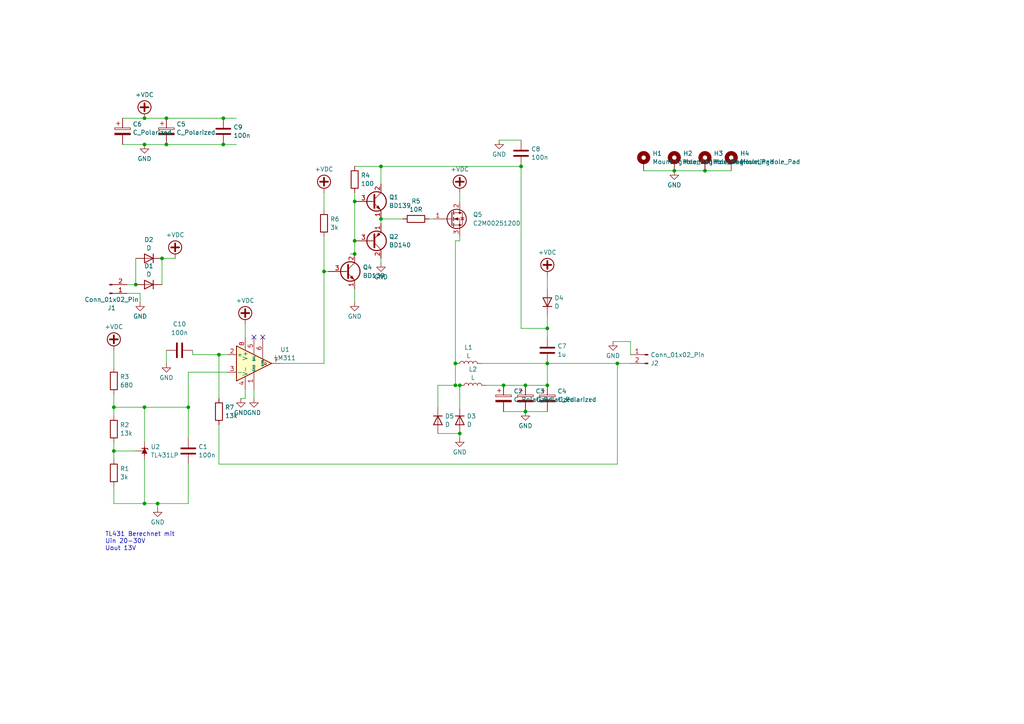
<source format=kicad_sch>
(kicad_sch (version 20231120) (generator "eeschema") (generator_version "8.0")
  (paper "A4")
  (title_block (date "2023-12-14") (rev "2") (comment 1 "Inv und Nichtinv eingang vertauscht, Falscher footbrint für Leistungsdioden, RC-Glied in Rückkopplungsuzweig."))
  (lib_symbols
    (symbol "Comparator:LM311" (pin_names (offset 0.127))
      (property "Reference" "U" (at 3.81 6.35 0))
      (property "Value" "LM311" (at 3.81 3.81 0))
      (symbol "LM311_0_1"
        (polyline (pts (xy 5.08 0) (xy -5.08 5.08) (xy -5.08 -5.08) (xy 5.08 0)) (stroke (width 0.254)) (fill (type background)))
        (polyline (pts (xy 3.683 -0.381) (xy 3.302 -0.381) (xy 3.683 0) (xy 3.302 0.381) (xy 2.921 0) (xy 3.302 -0.381) (xy 2.921 -0.381)) (stroke (width 0.127)))
      )
      (symbol "LM311_1_1"
        (pin passive line (at 0 -7.62 90) (length 5.08) (name "GND") (number "1"))
        (pin input line (at -7.62 2.54 0) (length 2.54) (name "+") (number "2"))
        (pin input line (at -7.62 -2.54 0) (length 2.54) (name "-") (number "3"))
        (pin power_in line (at -2.54 -7.62 90) (length 3.81) (name "V-") (number "4"))
        (pin input line (at 0 7.62 270) (length 5.08) (name "BAL") (number "5"))
        (pin input line (at 2.54 7.62 270) (length 6.35) (name "STRB") (number "6"))
        (pin open_collector line (at 7.62 0 180) (length 2.54) (name "~") (number "7"))
        (pin power_in line (at -2.54 7.62 270) (length 3.81) (name "V+") (number "8"))
      )
    )
    (symbol "Connector:Conn_01x02_Pin" (pin_names (offset 1.016) hide)
      (property "Reference" "J" (at 0 2.54 0))
      (property "Value" "Conn_01x02_Pin" (at 0 -5.08 0))
      (symbol "Conn_01x02_Pin_1_1"
        (polyline (pts (xy 1.27 -2.54) (xy 0.8636 -2.54)) (stroke (width 0.1524)))
        (polyline (pts (xy 1.27 0) (xy 0.8636 0)) (stroke (width 0.1524)))
        (rectangle (start 0.8636 -2.413) (end 0 -2.667) (stroke (width 0.1524)) (fill (type outline)))
        (rectangle (start 0.8636 0.127) (end 0 -0.127) (stroke (width 0.1524)) (fill (type outline)))
        (pin passive line (at 5.08 0 180) (length 3.81) (name "Pin_1") (number "1"))
        (pin passive line (at 5.08 -2.54 180) (length 3.81) (name "Pin_2") (number "2"))
      )
    )
    (symbol "Device:C" (pin_numbers hide) (pin_names (offset 0.254))
      (property "Reference" "C" (at 0.635 2.54 0))
      (property "Value" "C" (at 0.635 -2.54 0))
      (symbol "C_0_1"
        (polyline (pts (xy -2.032 -0.762) (xy 2.032 -0.762)) (stroke (width 0.508)))
        (polyline (pts (xy -2.032 0.762) (xy 2.032 0.762)) (stroke (width 0.508)))
      )
      (symbol "C_1_1"
        (pin passive line (at 0 3.81 270) (length 2.794) (name "~") (number "1"))
        (pin passive line (at 0 -3.81 90) (length 2.794) (name "~") (number "2"))
      )
    )
    (symbol "Device:C_Polarized" (pin_numbers hide) (pin_names (offset 0.254))
      (property "Reference" "C" (at 0.635 2.54 0))
      (property "Value" "C_Polarized" (at 0.635 -2.54 0))
      (symbol "C_Polarized_0_1"
        (rectangle (start -2.286 0.508) (end 2.286 1.016))
        (polyline (pts (xy -1.778 2.286) (xy -0.762 2.286)))
        (polyline (pts (xy -1.27 2.794) (xy -1.27 1.778)))
        (rectangle (start 2.286 -0.508) (end -2.286 -1.016) (fill (type outline)))
      )
      (symbol "C_Polarized_1_1"
        (pin passive line (at 0 3.81 270) (length 2.794) (name "~") (number "1"))
        (pin passive line (at 0 -3.81 90) (length 2.794) (name "~") (number "2"))
      )
    )
    (symbol "Device:D" (pin_numbers hide) (pin_names (offset 1.016) hide)
      (property "Reference" "D" (at 0 2.54 0))
      (property "Value" "D" (at 0 -2.54 0))
      (symbol "D_0_1"
        (polyline (pts (xy -1.27 1.27) (xy -1.27 -1.27)) (stroke (width 0.254)))
        (polyline (pts (xy 1.27 0) (xy -1.27 0)))
        (polyline (pts (xy 1.27 1.27) (xy 1.27 -1.27) (xy -1.27 0) (xy 1.27 1.27)) (stroke (width 0.254)))
      )
      (symbol "D_1_1"
        (pin passive line (at -3.81 0 0) (length 2.54) (name "K") (number "1"))
        (pin passive line (at 3.81 0 180) (length 2.54) (name "A") (number "2"))
      )
    )
    (symbol "Device:L" (pin_numbers hide) (pin_names (offset 1.016) hide)
      (property "Reference" "L" (at -1.27 0 90))
      (property "Value" "L" (at 1.905 0 90))
      (symbol "L_0_1"
        (arc (start 0 -2.54) (mid 0.6323 -1.905) (end 0 -1.27))
        (arc (start 0 -1.27) (mid 0.6323 -0.635) (end 0 0))
        (arc (start 0 0) (mid 0.6323 0.635) (end 0 1.27))
        (arc (start 0 1.27) (mid 0.6323 1.905) (end 0 2.54))
      )
      (symbol "L_1_1"
        (pin passive line (at 0 3.81 270) (length 1.27) (name "1") (number "1"))
        (pin passive line (at 0 -3.81 90) (length 1.27) (name "2") (number "2"))
      )
    )
    (symbol "Device:R" (pin_numbers hide) (pin_names (offset 0))
      (property "Reference" "R" (at 2.032 0 90))
      (property "Value" "R" (at 0 0 90))
      (symbol "R_0_1"
        (rectangle (start -1.016 -2.54) (end 1.016 2.54) (stroke (width 0.254)))
      )
      (symbol "R_1_1"
        (pin passive line (at 0 3.81 270) (length 1.27) (name "~") (number "1"))
        (pin passive line (at 0 -3.81 90) (length 1.27) (name "~") (number "2"))
      )
    )
    (symbol "Mechanical:MountingHole_Pad" (pin_numbers hide) (pin_names (offset 1.016) hide)
      (property "Reference" "H" (at 0 6.35 0))
      (property "Value" "MountingHole_Pad" (at 0 4.445 0))
      (symbol "MountingHole_Pad_0_1"
        (circle (center 0 1.27) (radius 1.27) (stroke (width 1.27)))
      )
      (symbol "MountingHole_Pad_1_1"
        (pin input line (at 0 -2.54 90) (length 2.54) (name "1") (number "1"))
      )
    )
    (symbol "Reference_Voltage:TL431LP" (pin_numbers hide) (pin_names hide)
      (property "Reference" "U" (at -2.54 2.54 0))
      (property "Value" "TL431LP" (at 0 -2.54 0))
      (symbol "TL431LP_0_1"
        (polyline (pts (xy -1.27 0) (xy 0 0) (xy 1.27 0)))
        (polyline (pts (xy -0.762 0.762) (xy 0.762 0) (xy -0.762 -0.762)) (fill (type outline)))
        (polyline (pts (xy 0.508 -1.016) (xy 0.762 -0.762) (xy 0.762 0.762) (xy 0.762 0.762)) (stroke (width 0.254)))
      )
      (symbol "TL431LP_1_1"
        (pin passive line (at 0 2.54 270) (length 2.54) (name "REF") (number "1"))
        (pin passive line (at -2.54 0 0) (length 2.54) (name "A") (number "2"))
        (pin passive line (at 2.54 0 180) (length 2.54) (name "K") (number "3"))
      )
    )
    (symbol "Transistor_BJT:BD139" (pin_names (offset 0) hide)
      (property "Reference" "Q" (at 5.08 1.905 0))
      (property "Value" "BD139" (at 5.08 0 0))
      (symbol "BD139_0_1"
        (polyline (pts (xy 0 0) (xy 0.635 0)))
        (polyline (pts (xy 2.54 -2.54) (xy 0.635 -0.635)))
        (polyline (pts (xy 2.54 2.54) (xy 0.635 0.635)))
        (polyline (pts (xy 0.635 1.905) (xy 0.635 -1.905) (xy 0.635 -1.905)) (stroke (width 0.508)) (fill (type outline)))
        (polyline (pts (xy 1.2446 -1.778) (xy 1.7526 -1.27) (xy 2.286 -2.286) (xy 1.2446 -1.778) (xy 1.2446 -1.778)) (fill (type outline)))
        (circle (center 1.27 0) (radius 2.8194) (stroke (width 0.3048)))
      )
      (symbol "BD139_1_1"
        (pin passive line (at 2.54 -5.08 90) (length 2.54) (name "E") (number "1"))
        (pin passive line (at 2.54 5.08 270) (length 2.54) (name "C") (number "2"))
        (pin input line (at -5.08 0 0) (length 5.08) (name "B") (number "3"))
      )
    )
    (symbol "Transistor_BJT:BD140" (pin_names (offset 0) hide)
      (property "Reference" "Q" (at 5.08 1.905 0))
      (property "Value" "BD140" (at 5.08 0 0))
      (symbol "BD140_0_1"
        (polyline (pts (xy 0 0) (xy 0.635 0)))
        (polyline (pts (xy 2.54 -2.54) (xy 0.635 -0.635)))
        (polyline (pts (xy 2.54 2.54) (xy 0.635 0.635)))
        (polyline (pts (xy 0.635 1.905) (xy 0.635 -1.905) (xy 0.635 -1.905)) (stroke (width 0.508)) (fill (type outline)))
        (polyline (pts (xy 1.778 -2.286) (xy 2.286 -1.778) (xy 1.27 -1.27) (xy 1.778 -2.286) (xy 1.778 -2.286)) (fill (type outline)))
        (circle (center 1.27 0) (radius 2.8194) (stroke (width 0.3048)))
      )
      (symbol "BD140_1_1"
        (pin passive line (at 2.54 -5.08 90) (length 2.54) (name "E") (number "1"))
        (pin passive line (at 2.54 5.08 270) (length 2.54) (name "C") (number "2"))
        (pin input line (at -5.08 0 0) (length 5.08) (name "B") (number "3"))
      )
    )
    (symbol "Transistor_FET:C2M0025120D" (pin_names hide)
      (property "Reference" "Q" (at 5.08 1.905 0))
      (property "Value" "C2M0025120D" (at 5.08 0 0))
      (symbol "C2M0025120D_0_1"
        (polyline (pts (xy 0.254 0) (xy -2.54 0)))
        (polyline (pts (xy 0.254 1.905) (xy 0.254 -1.905)) (stroke (width 0.254)))
        (polyline (pts (xy 0.762 -1.27) (xy 0.762 -2.286)) (stroke (width 0.254)))
        (polyline (pts (xy 0.762 0.508) (xy 0.762 -0.508)) (stroke (width 0.254)))
        (polyline (pts (xy 0.762 2.286) (xy 0.762 1.27)) (stroke (width 0.254)))
        (polyline (pts (xy 2.54 2.54) (xy 2.54 1.778)))
        (polyline (pts (xy 2.54 -2.54) (xy 2.54 0) (xy 0.762 0)))
        (polyline (pts (xy 0.762 -1.778) (xy 3.302 -1.778) (xy 3.302 1.778) (xy 0.762 1.778)))
        (polyline (pts (xy 1.016 0) (xy 2.032 0.381) (xy 2.032 -0.381) (xy 1.016 0)) (fill (type outline)))
        (polyline (pts (xy 2.794 0.508) (xy 2.921 0.381) (xy 3.683 0.381) (xy 3.81 0.254)))
        (polyline (pts (xy 3.302 0.381) (xy 2.921 -0.254) (xy 3.683 -0.254) (xy 3.302 0.381)))
        (circle (center 1.651 0) (radius 2.794) (stroke (width 0.254)))
        (circle (center 2.54 -1.778) (radius 0.254) (fill (type outline)))
        (circle (center 2.54 1.778) (radius 0.254) (fill (type outline)))
      )
      (symbol "C2M0025120D_1_1"
        (pin input line (at -5.08 0 0) (length 2.54) (name "G") (number "1"))
        (pin passive line (at 2.54 5.08 270) (length 2.54) (name "D") (number "2"))
        (pin passive line (at 2.54 -5.08 90) (length 2.54) (name "S") (number "3"))
      )
    )
    (symbol "power:+VDC" (power) (pin_names (offset 0))
      (property "Value" "+VDC" (at 0 6.35 0))
      (symbol "+VDC_0_1"
        (polyline (pts (xy -1.143 3.175) (xy 1.143 3.175)) (stroke (width 0.508)))
        (polyline (pts (xy 0 0) (xy 0 1.27)))
        (polyline (pts (xy 0 2.032) (xy 0 4.318)) (stroke (width 0.508)))
        (circle (center 0 3.175) (radius 1.905) (stroke (width 0.254)))
      )
      (symbol "+VDC_1_1"
        (pin power_in line (at 0 0 90) (length 0) hide (name "+VDC") (number "1"))
      )
    )
    (symbol "power:GND" (power) (pin_names (offset 0))
      (property "Value" "GND" (at 0 -3.81 0))
      (symbol "GND_0_1"
        (polyline (pts (xy 0 0) (xy 0 -1.27) (xy 1.27 -1.27) (xy 0 -2.54) (xy -1.27 -1.27) (xy 0 -1.27)))
      )
      (symbol "GND_1_1"
        (pin power_in line (at 0 0 270) (length 0) hide (name "GND") (number "1"))
      )
    )
  )
  (junction (at 39.37 82.55))
  (junction (at 54.61 118.11))
  (junction (at 102.87 58.42))
  (junction (at 48.26 41.91))
  (junction (at 64.77 41.91))
  (junction (at 132.08 105.41))
  (junction (at 132.08 111.76))
  (junction (at 41.91 118.11))
  (junction (at 179.07 105.41))
  (junction (at 48.26 34.29))
  (junction (at 64.77 34.29))
  (junction (at 102.87 69.85))
  (junction (at 151.13 48.26))
  (junction (at 110.49 48.26))
  (junction (at 158.75 111.76))
  (junction (at 152.4 111.76))
  (junction (at 45.72 146.05))
  (junction (at 41.91 34.29))
  (junction (at 41.91 41.91))
  (junction (at 33.02 130.81))
  (junction (at 33.02 118.11))
  (junction (at 133.35 111.76))
  (junction (at 204.47 49.53))
  (junction (at 158.75 95.25))
  (junction (at 102.87 73.66))
  (junction (at 146.05 111.76))
  (junction (at 93.98 78.74))
  (junction (at 63.5 102.87))
  (junction (at 195.58 49.53))
  (junction (at 152.4 119.38))
  (junction (at 133.35 125.73))
  (junction (at 110.49 63.5))
  (junction (at 158.75 105.41))
  (junction (at 41.91 146.05))
  (junction (at 46.99 74.93))
  (no_connect (at 73.66 97.79))
  (no_connect (at 76.2 97.79))
  (wire (pts (xy 127 111.76) (xy 132.08 111.76)))
  (wire (pts (xy 46.99 74.93) (xy 50.8 74.93)))
  (wire (pts (xy 186.69 49.53) (xy 195.58 49.53)))
  (wire (pts (xy 133.35 111.76) (xy 133.35 118.11)))
  (wire (pts (xy 158.75 80.01) (xy 158.75 83.82)))
  (wire (pts (xy 48.26 41.91) (xy 64.77 41.91)))
  (wire (pts (xy 146.05 111.76) (xy 152.4 111.76)))
  (wire (pts (xy 133.35 55.88) (xy 133.35 58.42)))
  (wire (pts (xy 33.02 128.27) (xy 33.02 130.81)))
  (wire (pts (xy 33.02 140.97) (xy 33.02 146.05)))
  (wire (pts (xy 158.75 105.41) (xy 158.75 111.76)))
  (wire (pts (xy 41.91 133.35) (xy 41.91 146.05)))
  (wire (pts (xy 41.91 146.05) (xy 45.72 146.05)))
  (wire (pts (xy 179.07 105.41) (xy 182.88 105.41)))
  (wire (pts (xy 54.61 107.95) (xy 66.04 107.95)))
  (wire (pts (xy 33.02 114.3) (xy 33.02 118.11)))
  (wire (pts (xy 46.99 74.93) (xy 46.99 82.55)))
  (wire (pts (xy 102.87 83.82) (xy 102.87 87.63)))
  (wire (pts (xy 158.75 95.25) (xy 158.75 97.79)))
  (wire (pts (xy 179.07 105.41) (xy 179.07 134.62)))
  (wire (pts (xy 66.04 102.87) (xy 63.5 102.87)))
  (wire (pts (xy 48.26 34.29) (xy 64.77 34.29)))
  (wire (pts (xy 133.35 125.73) (xy 133.35 127)))
  (wire (pts (xy 40.64 85.09) (xy 40.64 87.63)))
  (wire (pts (xy 179.07 105.41) (xy 158.75 105.41)))
  (wire (pts (xy 64.77 34.29) (xy 68.58 34.29)))
  (wire (pts (xy 36.83 85.09) (xy 40.64 85.09)))
  (wire (pts (xy 33.02 130.81) (xy 39.37 130.81)))
  (wire (pts (xy 152.4 119.38) (xy 158.75 119.38)))
  (wire (pts (xy 146.05 119.38) (xy 152.4 119.38)))
  (wire (pts (xy 93.98 78.74) (xy 93.98 105.41)))
  (wire (pts (xy 41.91 118.11) (xy 54.61 118.11)))
  (wire (pts (xy 33.02 130.81) (xy 33.02 133.35)))
  (wire (pts (xy 195.58 49.53) (xy 204.47 49.53)))
  (wire (pts (xy 63.5 102.87) (xy 63.5 115.57)))
  (wire (pts (xy 41.91 41.91) (xy 48.26 41.91)))
  (wire (pts (xy 93.98 78.74) (xy 95.25 78.74)))
  (wire (pts (xy 102.87 48.26) (xy 110.49 48.26)))
  (wire (pts (xy 158.75 91.44) (xy 158.75 95.25)))
  (wire (pts (xy 54.61 107.95) (xy 54.61 118.11)))
  (wire (pts (xy 133.35 68.58) (xy 133.35 69.85)))
  (wire (pts (xy 48.26 101.6) (xy 48.26 105.41)))
  (wire (pts (xy 204.47 49.53) (xy 212.09 49.53)))
  (wire (pts (xy 45.72 146.05) (xy 54.61 146.05)))
  (wire (pts (xy 182.88 99.06) (xy 182.88 102.87)))
  (wire (pts (xy 132.08 69.85) (xy 133.35 69.85)))
  (wire (pts (xy 158.75 95.25) (xy 151.13 95.25)))
  (wire (pts (xy 41.91 118.11) (xy 41.91 128.27)))
  (wire (pts (xy 55.88 102.87) (xy 55.88 101.6)))
  (wire (pts (xy 36.83 82.55) (xy 39.37 82.55)))
  (wire (pts (xy 151.13 95.25) (xy 151.13 48.26)))
  (wire (pts (xy 63.5 102.87) (xy 55.88 102.87)))
  (wire (pts (xy 64.77 41.91) (xy 68.58 41.91)))
  (wire (pts (xy 63.5 134.62) (xy 179.07 134.62)))
  (wire (pts (xy 45.72 146.05) (xy 45.72 147.32)))
  (wire (pts (xy 139.7 105.41) (xy 158.75 105.41)))
  (wire (pts (xy 33.02 146.05) (xy 41.91 146.05)))
  (wire (pts (xy 93.98 68.58) (xy 93.98 78.74)))
  (wire (pts (xy 71.12 93.98) (xy 71.12 97.79)))
  (wire (pts (xy 81.28 105.41) (xy 93.98 105.41)))
  (wire (pts (xy 63.5 123.19) (xy 63.5 134.62)))
  (wire (pts (xy 133.35 125.73) (xy 127 125.73)))
  (wire (pts (xy 73.66 113.03) (xy 73.66 115.57)))
  (wire (pts (xy 144.78 40.64) (xy 151.13 40.64)))
  (wire (pts (xy 102.87 73.66) (xy 101.6 73.66)))
  (wire (pts (xy 127 111.76) (xy 127 118.11)))
  (wire (pts (xy 102.87 69.85) (xy 102.87 73.66)))
  (wire (pts (xy 54.61 118.11) (xy 54.61 127)))
  (wire (pts (xy 41.91 34.29) (xy 48.26 34.29)))
  (wire (pts (xy 35.56 41.91) (xy 41.91 41.91)))
  (wire (pts (xy 132.08 69.85) (xy 132.08 105.41)))
  (wire (pts (xy 132.08 111.76) (xy 133.35 111.76)))
  (wire (pts (xy 71.12 115.57) (xy 69.85 115.57)))
  (wire (pts (xy 110.49 53.34) (xy 110.49 48.26)))
  (wire (pts (xy 102.87 55.88) (xy 102.87 58.42)))
  (wire (pts (xy 110.49 63.5) (xy 116.84 63.5)))
  (wire (pts (xy 41.91 118.11) (xy 33.02 118.11)))
  (wire (pts (xy 33.02 101.6) (xy 33.02 106.68)))
  (wire (pts (xy 35.56 34.29) (xy 41.91 34.29)))
  (wire (pts (xy 152.4 111.76) (xy 158.75 111.76)))
  (wire (pts (xy 110.49 63.5) (xy 110.49 64.77)))
  (wire (pts (xy 102.87 58.42) (xy 102.87 69.85)))
  (wire (pts (xy 140.97 111.76) (xy 146.05 111.76)))
  (wire (pts (xy 93.98 55.88) (xy 93.98 60.96)))
  (wire (pts (xy 71.12 113.03) (xy 71.12 115.57)))
  (wire (pts (xy 132.08 105.41) (xy 132.08 111.76)))
  (wire (pts (xy 110.49 74.93) (xy 110.49 76.2)))
  (wire (pts (xy 124.46 63.5) (xy 125.73 63.5)))
  (wire (pts (xy 177.8 99.06) (xy 182.88 99.06)))
  (wire (pts (xy 39.37 74.93) (xy 39.37 82.55)))
  (wire (pts (xy 54.61 146.05) (xy 54.61 134.62)))
  (wire (pts (xy 33.02 118.11) (xy 33.02 120.65)))
  (wire (pts (xy 151.13 48.26) (xy 110.49 48.26)))
  (text "TL431 Berechnet mit\nUin 20-30V\nUout 13V\n\n" (at 30.48 161.925 0) (effects (font (size 1.27 1.27)) (justify left bottom)))
  (symbol (lib_id "Device:R") (at 33.02 124.46 0) (unit 1)
    (property "Reference" "R2" (at 34.798 123.2479 0) (effects (justify left)))
    (property "Value" "13k" (at 34.798 125.6721 0) (effects (justify left)))
    (property "Footprint" "Resistor_SMD:R_0805_2012Metric_Pad1.20x1.40mm_HandSolder" (effects (hide yes)))
  )
  (symbol (lib_id "Device:C") (at 52.07 101.6 90) (unit 1)
    (property "Reference" "C10" (at 52.07 93.98 90))
    (property "Value" "100n" (at 52.07 96.52 90))
    (property "Footprint" "Capacitor_SMD:C_0805_2012Metric_Pad1.18x1.45mm_HandSolder" (effects (hide yes)))
  )
  (symbol (lib_id "Device:C_Polarized") (at 35.56 38.1 0) (unit 1)
    (property "Reference" "C6" (at 38.481 35.9989 0) (effects (justify left)))
    (property "Value" "C_Polarized" (at 38.481 38.4231 0) (effects (justify left)))
    (property "Footprint" "Capacitor_SMD:CP_Elec_10x12.5" (effects (hide yes)))
  )
  (symbol (lib_id "Device:R") (at 102.87 52.07 0) (unit 1)
    (property "Reference" "R4" (at 104.648 50.8579 0) (effects (justify left)))
    (property "Value" "100" (at 104.648 53.2821 0) (effects (justify left)))
    (property "Footprint" "Resistor_SMD:R_0805_2012Metric_Pad1.20x1.40mm_HandSolder" (effects (hide yes)))
  )
  (symbol (lib_id "Device:R") (at 33.02 137.16 0) (unit 1)
    (property "Reference" "R1" (at 34.798 135.9479 0) (effects (justify left)))
    (property "Value" "3k" (at 34.798 138.3721 0) (effects (justify left)))
    (property "Footprint" "Resistor_SMD:R_0805_2012Metric_Pad1.20x1.40mm_HandSolder" (effects (hide yes)))
  )
  (symbol (lib_id "Transistor_BJT:BD139") (at 100.33 78.74 0) (unit 1)
    (property "Reference" "Q4" (at 105.2068 77.5279 0) (effects (justify left)))
    (property "Value" "BD139" (at 105.2068 79.9521 0) (effects (justify left)))
    (property "Footprint" "Package_TO_SOT_THT:TO-126-3_Vertical" (effects (hide yes)))
    (property "Datasheet" "http://www.st.com/internet/com/TECHNICAL_RESOURCES/TECHNICAL_LITERATURE/DATASHEET/CD00001225.pdf" (effects (hide yes)))
  )
  (symbol (lib_id "Transistor_FET:C2M0025120D") (at 130.81 63.5 0) (unit 1)
    (property "Reference" "Q5" (at 137.16 62.23 0) (effects (justify left)))
    (property "Value" "C2M0025120D" (at 137.16 64.77 0) (effects (justify left)))
    (property "Footprint" "Package_TO_SOT_THT:TO-247-3_Vertical" (effects (hide yes)))
    (property "Datasheet" "https://www.wolfspeed.com/media/downloads/161/C2M0025120D.pdf" (effects (hide yes)))
  )
  (symbol (lib_id "Connector:Conn_01x02_Pin") (at 31.75 85.09 0) (mirror x) (unit 1)
    (property "Reference" "J1" (at 32.385 89.3105 0))
    (property "Value" "Conn_01x02_Pin" (at 32.385 86.8863 0))
    (property "Footprint" "Connector_AMASS:AMASS_XT30UPB-M_1x02_P5.0mm_Vertical" (effects (hide yes)))
  )
  (symbol (lib_id "Device:R") (at 93.98 64.77 0) (unit 1)
    (property "Reference" "R6" (at 95.758 63.5579 0) (effects (justify left)))
    (property "Value" "3k" (at 95.758 65.9821 0) (effects (justify left)))
    (property "Footprint" "Resistor_SMD:R_0805_2012Metric_Pad1.20x1.40mm_HandSolder" (effects (hide yes)))
  )
  (symbol (lib_id "Device:C_Polarized") (at 152.4 115.57 0) (unit 1)
    (property "Reference" "C3" (at 155.321 113.4689 0) (effects (justify left)))
    (property "Value" "C_Polarized" (at 155.321 115.8931 0) (effects (justify left)))
    (property "Footprint" "Capacitor_SMD:CP_Elec_10x12.5" (effects (hide yes)))
  )
  (symbol (lib_id "Transistor_BJT:BD139") (at 107.95 58.42 0) (unit 1)
    (property "Reference" "Q1" (at 112.8268 57.2079 0) (effects (justify left)))
    (property "Value" "BD139" (at 112.8268 59.6321 0) (effects (justify left)))
    (property "Footprint" "Package_TO_SOT_THT:TO-126-3_Vertical" (effects (hide yes)))
    (property "Datasheet" "http://www.st.com/internet/com/TECHNICAL_RESOURCES/TECHNICAL_LITERATURE/DATASHEET/CD00001225.pdf" (effects (hide yes)))
  )
  (symbol (lib_id "power:GND") (at 144.78 40.64 0) (unit 1)
    (property "Reference" "#PWR017" (effects (hide yes)))
    (property "Value" "GND" (at 144.78 44.7731 0))
  )
  (symbol (lib_id "Device:C") (at 64.77 38.1 0) (unit 1)
    (property "Reference" "C9" (at 67.691 36.8879 0) (effects (justify left)))
    (property "Value" "100n" (at 67.691 39.3121 0) (effects (justify left)))
    (property "Footprint" "Capacitor_SMD:C_0805_2012Metric_Pad1.18x1.45mm_HandSolder" (effects (hide yes)))
  )
  (symbol (lib_id "power:GND") (at 45.72 147.32 0) (unit 1)
    (property "Reference" "#PWR02" (effects (hide yes)))
    (property "Value" "GND" (at 45.72 151.4531 0))
  )
  (symbol (lib_id "power:GND") (at 41.91 41.91 0) (unit 1)
    (property "Reference" "#PWR010" (effects (hide yes)))
    (property "Value" "GND" (at 41.91 46.0431 0))
  )
  (symbol (lib_id "power:GND") (at 69.85 115.57 0) (unit 1)
    (property "Reference" "#PWR07" (effects (hide yes)))
    (property "Value" "GND" (at 69.85 119.7031 0))
  )
  (symbol (lib_id "power:+VDC") (at 158.75 80.01 0) (unit 1)
    (property "Reference" "#PWR014" (effects (hide yes)))
    (property "Value" "+VDC" (at 158.75 73.2099 0))
  )
  (symbol (lib_id "Device:D") (at 158.75 87.63 90) (unit 1)
    (property "Reference" "D4" (at 160.782 86.4179 90) (effects (justify right)))
    (property "Value" "D" (at 160.782 88.8421 90) (effects (justify right)))
    (property "Footprint" "Diode_SMD:D_SOD-123" (effects (hide yes)))
    (property "Sim.Device" "D" (effects (hide yes)))
    (property "Sim.Pins" "1=K 2=A" (effects (hide yes)))
  )
  (symbol (lib_id "power:+VDC") (at 71.12 93.98 0) (unit 1)
    (property "Reference" "#PWR06" (effects (hide yes)))
    (property "Value" "+VDC" (at 71.12 87.1799 0))
  )
  (symbol (lib_id "Comparator:LM311") (at 73.66 105.41 0) (unit 1)
    (property "Reference" "U1" (at 82.6672 101.3928 0))
    (property "Value" "LM311" (at 82.6672 103.817 0))
    (property "Footprint" "Package_SO:SOIC-8_3.9x4.9mm_P1.27mm" (effects (hide yes)))
    (property "Datasheet" "https://www.st.com/resource/en/datasheet/lm311.pdf" (effects (hide yes)))
  )
  (symbol (lib_id "power:GND") (at 195.58 49.53 0) (unit 1)
    (property "Reference" "#PWR018" (effects (hide yes)))
    (property "Value" "GND" (at 195.58 53.6631 0))
  )
  (symbol (lib_id "power:GND") (at 152.4 119.38 0) (unit 1)
    (property "Reference" "#PWR019" (effects (hide yes)))
    (property "Value" "GND" (at 152.4 123.5131 0))
  )
  (symbol (lib_id "Device:D") (at 43.18 74.93 180) (unit 1)
    (property "Reference" "D2" (at 43.18 69.5157 0))
    (property "Value" "D" (at 43.18 71.9399 0))
    (property "Footprint" "Diode_SMD:D_SMB_Handsoldering" (effects (hide yes)))
    (property "Sim.Device" "D" (effects (hide yes)))
    (property "Sim.Pins" "1=K 2=A" (effects (hide yes)))
  )
  (symbol (lib_id "power:+VDC") (at 41.91 34.29 0) (unit 1)
    (property "Reference" "#PWR09" (effects (hide yes)))
    (property "Value" "+VDC" (at 41.91 27.4899 0))
  )
  (symbol (lib_id "power:+VDC") (at 93.98 55.88 0) (unit 1)
    (property "Reference" "#PWR05" (effects (hide yes)))
    (property "Value" "+VDC" (at 93.98 49.0799 0))
  )
  (symbol (lib_id "Reference_Voltage:TL431LP") (at 41.91 130.81 90) (unit 1)
    (property "Reference" "U2" (at 43.688 129.5979 90) (effects (justify right)))
    (property "Value" "TL431LP" (at 43.688 132.0221 90) (effects (justify right)))
    (property "Footprint" "Package_TO_SOT_THT:TO-92_Inline" (effects (hide yes)))
    (property "Datasheet" "http://www.ti.com/lit/ds/symlink/tl431.pdf" (effects (hide yes)))
  )
  (symbol (lib_id "Mechanical:MountingHole_Pad") (at 186.69 46.99 0) (unit 1)
    (property "Reference" "H1" (at 189.23 44.5079 0) (effects (justify left)))
    (property "Value" "MountingHole_Pad" (at 189.23 46.9321 0) (effects (justify left)))
    (property "Footprint" "MountingHole:MountingHole_2.7mm_M2.5_DIN965_Pad_TopOnly" (effects (hide yes)))
  )
  (symbol (lib_id "Device:R") (at 33.02 110.49 0) (unit 1)
    (property "Reference" "R3" (at 34.798 109.2779 0) (effects (justify left)))
    (property "Value" "680" (at 34.798 111.7021 0) (effects (justify left)))
    (property "Footprint" "Resistor_SMD:R_0805_2012Metric_Pad1.20x1.40mm_HandSolder" (effects (hide yes)))
  )
  (symbol (lib_id "Device:L") (at 135.89 105.41 90) (unit 1)
    (property "Reference" "L1" (at 135.89 100.7604 90))
    (property "Value" "L" (at 135.89 103.1846 90))
    (property "Footprint" "Inductor_SMD:L_Vishay_IHLP-4040" (effects (hide yes)))
  )
  (symbol (lib_id "Device:L") (at 137.16 111.76 90) (unit 1)
    (property "Reference" "L2" (at 137.16 107.1104 90))
    (property "Value" "L" (at 137.16 109.5346 90))
    (property "Footprint" "Inductor_THT:L_Toroid_Vertical_L41.9mm_W17.8mm_P12.70mm_Pulse_F" (effects (hide yes)))
  )
  (symbol (lib_id "Device:C_Polarized") (at 48.26 38.1 0) (unit 1)
    (property "Reference" "C5" (at 51.181 35.9989 0) (effects (justify left)))
    (property "Value" "C_Polarized" (at 51.181 38.4231 0) (effects (justify left)))
    (property "Footprint" "Capacitor_SMD:CP_Elec_10x12.5" (effects (hide yes)))
  )
  (symbol (lib_id "Device:C_Polarized") (at 158.75 115.57 0) (unit 1)
    (property "Reference" "C4" (at 161.671 113.4689 0) (effects (justify left)))
    (property "Value" "C_Polarized" (at 161.671 115.8931 0) (effects (justify left)))
    (property "Footprint" "Capacitor_SMD:CP_Elec_10x12.5" (effects (hide yes)))
  )
  (symbol (lib_id "Device:R") (at 120.65 63.5 90) (unit 1)
    (property "Reference" "R5" (at 120.65 58.3397 90))
    (property "Value" "10R" (at 120.65 60.7639 90))
    (property "Footprint" "Resistor_SMD:R_0805_2012Metric_Pad1.20x1.40mm_HandSolder" (effects (hide yes)))
  )
  (symbol (lib_id "Mechanical:MountingHole_Pad") (at 212.09 46.99 0) (unit 1)
    (property "Reference" "H4" (at 214.63 44.5079 0) (effects (justify left)))
    (property "Value" "MountingHole_Pad" (at 214.63 46.9321 0) (effects (justify left)))
    (property "Footprint" "MountingHole:MountingHole_2.7mm_M2.5_DIN965_Pad_TopOnly" (effects (hide yes)))
  )
  (symbol (lib_id "Device:C_Polarized") (at 146.05 115.57 0) (unit 1)
    (property "Reference" "C2" (at 148.971 113.4689 0) (effects (justify left)))
    (property "Value" "C_Polarized" (at 148.971 115.8931 0) (effects (justify left)))
    (property "Footprint" "Capacitor_SMD:CP_Elec_10x12.5" (effects (hide yes)))
  )
  (symbol (lib_id "Connector:Conn_01x02_Pin") (at 187.96 102.87 0) (mirror y) (unit 1)
    (property "Reference" "J2" (at 188.6712 105.3521 0) (effects (justify right)))
    (property "Value" "Conn_01x02_Pin" (at 188.6712 102.9279 0) (effects (justify right)))
    (property "Footprint" "Connector_AMASS:AMASS_XT30UPB-M_1x02_P5.0mm_Vertical" (effects (hide yes)))
  )
  (symbol (lib_id "Device:C") (at 151.13 44.45 0) (unit 1)
    (property "Reference" "C8" (at 154.051 43.2379 0) (effects (justify left)))
    (property "Value" "100n" (at 154.051 45.6621 0) (effects (justify left)))
    (property "Footprint" "Capacitor_SMD:C_0805_2012Metric_Pad1.18x1.45mm_HandSolder" (effects (hide yes)))
  )
  (symbol (lib_id "Device:D") (at 43.18 82.55 180) (unit 1)
    (property "Reference" "D1" (at 43.18 77.1357 0))
    (property "Value" "D" (at 43.18 79.5599 0))
    (property "Footprint" "Diode_SMD:D_SMB_Handsoldering" (effects (hide yes)))
    (property "Sim.Device" "D" (effects (hide yes)))
    (property "Sim.Pins" "1=K 2=A" (effects (hide yes)))
  )
  (symbol (lib_id "Device:C") (at 158.75 101.6 0) (unit 1)
    (property "Reference" "C7" (at 161.671 100.3879 0) (effects (justify left)))
    (property "Value" "1u" (at 161.671 102.8121 0) (effects (justify left)))
    (property "Footprint" "Capacitor_SMD:C_0805_2012Metric_Pad1.18x1.45mm_HandSolder" (effects (hide yes)))
  )
  (symbol (lib_id "Device:R") (at 63.5 119.38 0) (unit 1)
    (property "Reference" "R7" (at 65.278 118.1679 0) (effects (justify left)))
    (property "Value" "13k" (at 65.278 120.5921 0) (effects (justify left)))
    (property "Footprint" "Resistor_SMD:R_0805_2012Metric_Pad1.20x1.40mm_HandSolder" (effects (hide yes)))
  )
  (symbol (lib_id "Transistor_BJT:BD140") (at 107.95 69.85 0) (mirror x) (unit 1)
    (property "Reference" "Q2" (at 112.8268 68.6379 0) (effects (justify left)))
    (property "Value" "BD140" (at 112.8268 71.0621 0) (effects (justify left)))
    (property "Footprint" "Package_TO_SOT_THT:TO-126-3_Vertical" (effects (hide yes)))
    (property "Datasheet" "http://www.st.com/internet/com/TECHNICAL_RESOURCES/TECHNICAL_LITERATURE/DATASHEET/CD00001225.pdf" (effects (hide yes)))
  )
  (symbol (lib_id "power:GND") (at 177.8 99.06 0) (unit 1)
    (property "Reference" "#PWR012" (effects (hide yes)))
    (property "Value" "GND" (at 177.8 103.1931 0))
  )
  (symbol (lib_id "power:GND") (at 102.87 87.63 0) (unit 1)
    (property "Reference" "#PWR011" (effects (hide yes)))
    (property "Value" "GND" (at 102.87 91.7631 0))
  )
  (symbol (lib_id "power:GND") (at 40.64 87.63 0) (unit 1)
    (property "Reference" "#PWR03" (effects (hide yes)))
    (property "Value" "GND" (at 40.64 91.7631 0))
  )
  (symbol (lib_id "Device:D") (at 133.35 121.92 270) (unit 1)
    (property "Reference" "D3" (at 135.382 120.7079 90) (effects (justify left)))
    (property "Value" "D" (at 135.382 123.1321 90) (effects (justify left)))
    (property "Footprint" "Diode_SMD:D_SMB_Handsoldering" (effects (hide yes)))
    (property "Sim.Device" "D" (effects (hide yes)))
    (property "Sim.Pins" "1=K 2=A" (effects (hide yes)))
  )
  (symbol (lib_id "power:GND") (at 110.49 76.2 0) (unit 1)
    (property "Reference" "#PWR013" (effects (hide yes)))
    (property "Value" "GND" (at 110.49 80.3331 0))
  )
  (symbol (lib_id "Device:D") (at 127 121.92 270) (unit 1)
    (property "Reference" "D5" (at 129.032 120.7079 90) (effects (justify left)))
    (property "Value" "D" (at 129.032 123.1321 90) (effects (justify left)))
    (property "Footprint" "Diode_THT:D_DO-201AE_P15.24mm_Horizontal" (effects (hide yes)))
    (property "Sim.Device" "D" (effects (hide yes)))
    (property "Sim.Pins" "1=K 2=A" (effects (hide yes)))
  )
  (symbol (lib_id "Device:C") (at 54.61 130.81 0) (unit 1)
    (property "Reference" "C1" (at 57.531 129.5979 0) (effects (justify left)))
    (property "Value" "100n" (at 57.531 132.0221 0) (effects (justify left)))
    (property "Footprint" "Capacitor_SMD:C_0805_2012Metric_Pad1.18x1.45mm_HandSolder" (effects (hide yes)))
  )
  (symbol (lib_id "power:+VDC") (at 133.35 55.88 0) (unit 1)
    (property "Reference" "#PWR016" (effects (hide yes)))
    (property "Value" "+VDC" (at 133.35 49.0799 0))
  )
  (symbol (lib_id "power:GND") (at 73.66 115.57 0) (unit 1)
    (property "Reference" "#PWR01" (effects (hide yes)))
    (property "Value" "GND" (at 73.66 119.7031 0))
  )
  (symbol (lib_id "power:+VDC") (at 50.8 74.93 0) (unit 1)
    (property "Reference" "#PWR04" (effects (hide yes)))
    (property "Value" "+VDC" (at 50.8 68.1299 0))
  )
  (symbol (lib_id "Mechanical:MountingHole_Pad") (at 204.47 46.99 0) (unit 1)
    (property "Reference" "H3" (at 207.01 44.5079 0) (effects (justify left)))
    (property "Value" "MountingHole_Pad" (at 207.01 46.9321 0) (effects (justify left)))
    (property "Footprint" "MountingHole:MountingHole_2.7mm_M2.5_DIN965_Pad_TopOnly" (effects (hide yes)))
  )
  (symbol (lib_id "power:GND") (at 48.26 105.41 0) (unit 1)
    (property "Reference" "#PWR020" (effects (hide yes)))
    (property "Value" "GND" (at 48.26 109.5431 0))
  )
  (symbol (lib_id "power:GND") (at 133.35 127 0) (unit 1)
    (property "Reference" "#PWR08" (effects (hide yes)))
    (property "Value" "GND" (at 133.35 131.1331 0))
  )
  (symbol (lib_id "Mechanical:MountingHole_Pad") (at 195.58 46.99 0) (unit 1)
    (property "Reference" "H2" (at 198.12 44.5079 0) (effects (justify left)))
    (property "Value" "MountingHole_Pad" (at 198.12 46.9321 0) (effects (justify left)))
    (property "Footprint" "MountingHole:MountingHole_2.7mm_M2.5_DIN965_Pad_TopOnly" (effects (hide yes)))
  )
  (symbol (lib_id "power:+VDC") (at 33.02 101.6 0) (unit 1)
    (property "Reference" "#PWR015" (effects (hide yes)))
    (property "Value" "+VDC" (at 33.02 94.7999 0))
  )
)
</source>
